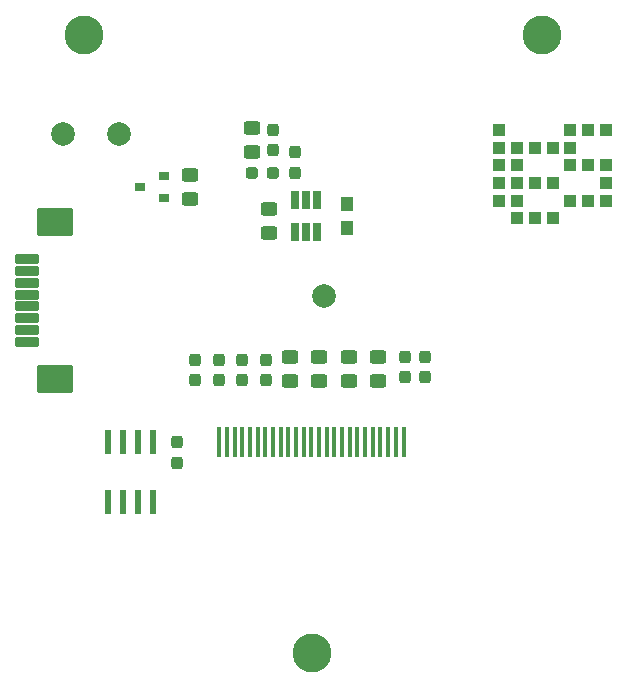
<source format=gts>
G04 #@! TF.GenerationSoftware,KiCad,Pcbnew,(6.0.1-0)*
G04 #@! TF.CreationDate,2022-03-11T23:22:38+01:00*
G04 #@! TF.ProjectId,LidPCB,4c696450-4342-42e6-9b69-6361645f7063,rev?*
G04 #@! TF.SameCoordinates,Original*
G04 #@! TF.FileFunction,Soldermask,Top*
G04 #@! TF.FilePolarity,Negative*
%FSLAX46Y46*%
G04 Gerber Fmt 4.6, Leading zero omitted, Abs format (unit mm)*
G04 Created by KiCad (PCBNEW (6.0.1-0)) date 2022-03-11 23:22:38*
%MOMM*%
%LPD*%
G01*
G04 APERTURE LIST*
G04 Aperture macros list*
%AMRoundRect*
0 Rectangle with rounded corners*
0 $1 Rounding radius*
0 $2 $3 $4 $5 $6 $7 $8 $9 X,Y pos of 4 corners*
0 Add a 4 corners polygon primitive as box body*
4,1,4,$2,$3,$4,$5,$6,$7,$8,$9,$2,$3,0*
0 Add four circle primitives for the rounded corners*
1,1,$1+$1,$2,$3*
1,1,$1+$1,$4,$5*
1,1,$1+$1,$6,$7*
1,1,$1+$1,$8,$9*
0 Add four rect primitives between the rounded corners*
20,1,$1+$1,$2,$3,$4,$5,0*
20,1,$1+$1,$4,$5,$6,$7,0*
20,1,$1+$1,$6,$7,$8,$9,0*
20,1,$1+$1,$8,$9,$2,$3,0*%
G04 Aperture macros list end*
%ADD10C,2.000000*%
%ADD11R,1.000000X1.000000*%
%ADD12RoundRect,0.250000X0.450000X-0.325000X0.450000X0.325000X-0.450000X0.325000X-0.450000X-0.325000X0*%
%ADD13RoundRect,0.250000X-0.450000X0.325000X-0.450000X-0.325000X0.450000X-0.325000X0.450000X0.325000X0*%
%ADD14RoundRect,0.237500X-0.237500X0.287500X-0.237500X-0.287500X0.237500X-0.287500X0.237500X0.287500X0*%
%ADD15R,1.000000X1.200000*%
%ADD16R,1.000000X1.250000*%
%ADD17RoundRect,0.237500X0.237500X-0.287500X0.237500X0.287500X-0.237500X0.287500X-0.237500X-0.287500X0*%
%ADD18R,0.900000X0.800000*%
%ADD19RoundRect,0.101600X0.950000X0.300000X-0.950000X0.300000X-0.950000X-0.300000X0.950000X-0.300000X0*%
%ADD20RoundRect,0.101600X1.400000X-1.050000X1.400000X1.050000X-1.400000X1.050000X-1.400000X-1.050000X0*%
%ADD21R,0.650000X1.560000*%
%ADD22RoundRect,0.237500X-0.287500X-0.237500X0.287500X-0.237500X0.287500X0.237500X-0.287500X0.237500X0*%
%ADD23R,0.350000X2.500000*%
%ADD24R,0.558800X2.126800*%
%ADD25C,3.300000*%
G04 APERTURE END LIST*
D10*
X141920000Y-87140000D03*
X119825000Y-73375000D03*
X124550000Y-73400000D03*
D11*
X156775000Y-73050000D03*
X162775000Y-73050000D03*
X164275000Y-73050000D03*
X165775000Y-73050000D03*
X156775000Y-74550000D03*
X158275000Y-74550000D03*
X159775000Y-74550000D03*
X161275000Y-74550000D03*
X162775000Y-74550000D03*
X156775000Y-76050000D03*
X158275000Y-76050000D03*
X162775000Y-76050000D03*
X164275000Y-76050000D03*
X165775000Y-76050000D03*
X156775000Y-77550000D03*
X158275000Y-77550000D03*
X159775000Y-77550000D03*
X161275000Y-77550000D03*
X165775000Y-77550000D03*
X156775000Y-79050000D03*
X158275000Y-79050000D03*
X162775000Y-79050000D03*
X164275000Y-79050000D03*
X165775000Y-79050000D03*
X158275000Y-80550000D03*
X159775000Y-80550000D03*
X161275000Y-80550000D03*
D12*
X130600000Y-78925000D03*
X130600000Y-76875000D03*
D13*
X139000000Y-92250000D03*
X139000000Y-94300000D03*
D14*
X150500000Y-92250000D03*
X150500000Y-94000000D03*
D12*
X146500000Y-94300000D03*
X146500000Y-92250000D03*
D15*
X143900000Y-79350000D03*
D16*
X143900000Y-81375000D03*
D14*
X131000000Y-92500000D03*
X131000000Y-94250000D03*
X133000000Y-92500000D03*
X133000000Y-94250000D03*
X135000000Y-92500000D03*
X135000000Y-94250000D03*
D12*
X141500000Y-94300000D03*
X141500000Y-92250000D03*
D17*
X139500000Y-76675000D03*
X139500000Y-74925000D03*
D18*
X128350000Y-78850000D03*
X128350000Y-76950000D03*
X126350000Y-77900000D03*
D19*
X116800000Y-91000000D03*
X116800000Y-90000000D03*
X116800000Y-89000000D03*
X116800000Y-88000000D03*
X116800000Y-87000000D03*
X116800000Y-86000000D03*
X116800000Y-85000000D03*
X116800000Y-84000000D03*
D20*
X119150000Y-94150000D03*
X119150000Y-80850000D03*
D17*
X129500000Y-101250000D03*
X129500000Y-99500000D03*
D21*
X139450000Y-81700000D03*
X140400000Y-81700000D03*
X141350000Y-81700000D03*
X141350000Y-79000000D03*
X140400000Y-79000000D03*
X139450000Y-79000000D03*
D22*
X135825000Y-76700000D03*
X137575000Y-76700000D03*
D12*
X137250000Y-81775000D03*
X137250000Y-79725000D03*
D14*
X137600000Y-73025000D03*
X137600000Y-74775000D03*
D12*
X135800000Y-74925000D03*
X135800000Y-72875000D03*
D23*
X148650000Y-99450000D03*
X148000000Y-99450000D03*
X147350000Y-99450000D03*
X146700000Y-99450000D03*
X146050000Y-99450000D03*
X145400000Y-99450000D03*
X144750000Y-99450000D03*
X144100000Y-99450000D03*
X143450000Y-99450000D03*
X142800000Y-99450000D03*
X142150000Y-99450000D03*
X141500000Y-99450000D03*
X140850000Y-99450000D03*
X140200000Y-99450000D03*
X139550000Y-99450000D03*
X138900000Y-99450000D03*
X138250000Y-99450000D03*
X137600000Y-99450000D03*
X136950000Y-99450000D03*
X136300000Y-99450000D03*
X135650000Y-99450000D03*
X135000000Y-99450000D03*
X134350000Y-99450000D03*
X133700000Y-99450000D03*
X133050000Y-99450000D03*
D14*
X148750000Y-92250000D03*
X148750000Y-94000000D03*
X137000000Y-92500000D03*
X137000000Y-94250000D03*
D24*
X127405000Y-99463400D03*
X126135000Y-99450000D03*
X124865000Y-99450000D03*
X123595000Y-99450000D03*
X123595000Y-104550000D03*
X124865000Y-104550000D03*
X126135000Y-104550000D03*
X127405000Y-104550000D03*
D25*
X121570000Y-65050000D03*
X140870000Y-117350000D03*
X160360000Y-65040000D03*
D12*
X144000000Y-94300000D03*
X144000000Y-92250000D03*
M02*

</source>
